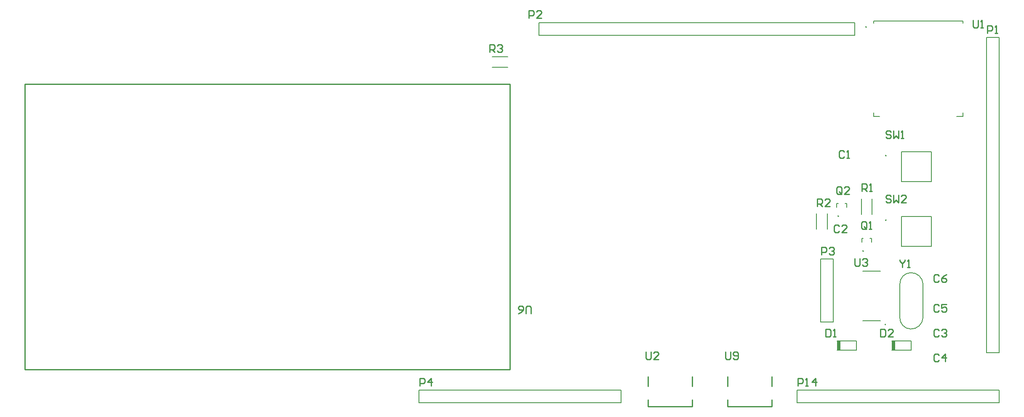
<source format=gbr>
G04*
G04 #@! TF.GenerationSoftware,Altium Limited,Altium Designer,23.1.1 (15)*
G04*
G04 Layer_Color=65535*
%FSLAX44Y44*%
%MOMM*%
G71*
G04*
G04 #@! TF.SameCoordinates,BB96B4BC-2DDC-42E6-90C6-D32D3C2E4667*
G04*
G04*
G04 #@! TF.FilePolarity,Positive*
G04*
G01*
G75*
%ADD10C,0.1270*%
%ADD11C,0.2000*%
%ADD12C,0.2540*%
%ADD13R,0.8000X1.9000*%
D10*
X1782938Y188912D02*
G03*
X1804558Y165728I22402J-782D01*
G01*
Y279233D02*
G03*
X1782938Y256048I782J-22402D01*
G01*
X1829542Y255924D02*
G03*
X1804547Y279232I-24152J-843D01*
G01*
Y165728D02*
G03*
X1829542Y189037I843J24152D01*
G01*
X1782940Y188980D02*
Y255980D01*
X1829540Y188980D02*
Y255980D01*
X1910000Y781800D02*
Y785999D01*
Y594000D02*
Y601300D01*
X1730000Y594000D02*
X1742450D01*
X1897550D02*
X1910000D01*
X1730000Y781800D02*
Y785999D01*
Y594000D02*
Y601300D01*
Y785999D02*
X1910000D01*
X1708490Y282480D02*
X1743990D01*
X1708490Y182480D02*
X1743990D01*
X1786240Y332480D02*
X1846240D01*
Y392480D01*
X1786240D02*
X1846240D01*
X1786240Y332480D02*
Y392480D01*
Y462480D02*
X1846240D01*
Y522480D01*
X1786240D02*
X1846240D01*
X1786240Y462480D02*
Y522480D01*
X1636890Y366980D02*
Y397980D01*
X1615590Y366980D02*
Y397980D01*
X1726891Y396980D02*
Y427980D01*
X1705590Y396980D02*
Y427980D01*
X1676240Y410680D02*
Y418730D01*
X1672940D02*
X1676240D01*
X1656240D02*
X1659540D01*
X1656240Y410680D02*
Y418730D01*
X1726240Y340680D02*
Y348730D01*
X1722940D02*
X1726240D01*
X1706240D02*
X1709540D01*
X1706240Y340680D02*
Y348730D01*
X963310Y693160D02*
X994310D01*
X963310Y714460D02*
X994310D01*
D11*
X1716000Y774100D02*
G03*
X1716000Y774100I-1000J0D01*
G01*
X1754740Y174930D02*
G03*
X1754740Y174930I-1000J0D01*
G01*
X1755730Y384970D02*
G03*
X1755730Y384970I-1000J0D01*
G01*
Y514970D02*
G03*
X1755730Y514970I-1000J0D01*
G01*
X1659940Y392820D02*
G03*
X1659940Y392820I-1000J0D01*
G01*
X1709940Y322820D02*
G03*
X1709940Y322820I-1000J0D01*
G01*
X1692300Y757300D02*
Y782700D01*
X1057300Y757300D02*
X1692300D01*
X1057300D02*
Y782700D01*
X1076350D01*
X1692300D01*
X1957300Y117700D02*
X1982700D01*
X1957300D02*
Y752700D01*
X1982700D01*
Y733650D02*
Y752700D01*
Y117700D02*
Y733650D01*
X1576300Y42700D02*
X1982700D01*
Y17300D02*
Y42700D01*
X1963650Y17300D02*
X1982700D01*
X1576300D02*
X1963650D01*
X1576300D02*
Y42700D01*
X1805740Y122980D02*
Y141980D01*
X1766740Y122980D02*
X1805740D01*
X1766740Y141980D02*
X1805740D01*
X816300Y17300D02*
Y42700D01*
Y17300D02*
X1203650D01*
X1222700D01*
Y42700D01*
X816300D02*
X1222700D01*
X1623540Y306780D02*
X1648940D01*
Y179780D02*
Y306780D01*
X1623540Y179780D02*
Y306780D01*
Y179780D02*
X1648940D01*
X1656740Y141980D02*
X1695741D01*
X1656740Y122980D02*
X1695741D01*
Y141980D01*
D12*
X23810Y83810D02*
Y658810D01*
X998810Y83810D02*
Y658810D01*
X23810D02*
X998810D01*
X23810Y83810D02*
X998810D01*
X1525811Y50476D02*
Y70101D01*
X1436411Y9800D02*
Y23166D01*
Y9800D02*
X1525811D01*
Y23166D01*
X1436411Y50476D02*
Y70101D01*
X1276410Y50476D02*
Y70101D01*
X1365810Y9800D02*
Y23166D01*
X1276410Y9800D02*
X1365810D01*
X1276410D02*
Y23166D01*
X1365810Y50476D02*
Y70101D01*
X1041362Y196752D02*
Y209448D01*
X1038823Y211987D01*
X1033745D01*
X1031205Y209448D01*
Y196752D01*
X1015970D02*
X1021049Y199291D01*
X1026127Y204370D01*
Y209448D01*
X1023588Y211987D01*
X1018510D01*
X1015970Y209448D01*
Y206909D01*
X1018510Y204370D01*
X1026127D01*
X1782702Y305557D02*
Y303018D01*
X1787780Y297939D01*
X1792859Y303018D01*
Y305557D01*
X1787780Y297939D02*
Y290322D01*
X1797937D02*
X1803015D01*
X1800476D01*
Y305557D01*
X1797937Y303018D01*
X1431928Y119375D02*
Y106679D01*
X1434467Y104140D01*
X1439545D01*
X1442085Y106679D01*
Y119375D01*
X1447163Y106679D02*
X1449702Y104140D01*
X1454781D01*
X1457320Y106679D01*
Y116836D01*
X1454781Y119375D01*
X1449702D01*
X1447163Y116836D01*
Y114297D01*
X1449702Y111757D01*
X1457320D01*
X1577724Y51308D02*
Y66543D01*
X1585341D01*
X1587881Y64004D01*
Y58925D01*
X1585341Y56386D01*
X1577724D01*
X1592959Y51308D02*
X1598037D01*
X1595498D01*
Y66543D01*
X1592959Y64004D01*
X1613273Y51308D02*
Y66543D01*
X1605655Y58925D01*
X1615812D01*
X1743586Y165857D02*
Y150622D01*
X1751203D01*
X1753743Y153161D01*
Y163318D01*
X1751203Y165857D01*
X1743586D01*
X1768978Y150622D02*
X1758821D01*
X1768978Y160779D01*
Y163318D01*
X1766439Y165857D01*
X1761360D01*
X1758821Y163318D01*
X958472Y723138D02*
Y738373D01*
X966089D01*
X968629Y735834D01*
Y730755D01*
X966089Y728216D01*
X958472D01*
X963550D02*
X968629Y723138D01*
X973707Y735834D02*
X976246Y738373D01*
X981325D01*
X983864Y735834D01*
Y733295D01*
X981325Y730755D01*
X978785D01*
X981325D01*
X983864Y728216D01*
Y725677D01*
X981325Y723138D01*
X976246D01*
X973707Y725677D01*
X817756Y51308D02*
Y66543D01*
X825374D01*
X827913Y64004D01*
Y58925D01*
X825374Y56386D01*
X817756D01*
X840609Y51308D02*
Y66543D01*
X832991Y58925D01*
X843148D01*
X1861185Y273046D02*
X1858645Y275585D01*
X1853567D01*
X1851028Y273046D01*
Y262889D01*
X1853567Y260350D01*
X1858645D01*
X1861185Y262889D01*
X1876420Y275585D02*
X1871341Y273046D01*
X1866263Y267967D01*
Y262889D01*
X1868802Y260350D01*
X1873881D01*
X1876420Y262889D01*
Y265428D01*
X1873881Y267967D01*
X1866263D01*
X1861185Y213102D02*
X1858645Y215641D01*
X1853567D01*
X1851028Y213102D01*
Y202945D01*
X1853567Y200406D01*
X1858645D01*
X1861185Y202945D01*
X1876420Y215641D02*
X1866263D01*
Y208023D01*
X1871341Y210563D01*
X1873881D01*
X1876420Y208023D01*
Y202945D01*
X1873881Y200406D01*
X1868802D01*
X1866263Y202945D01*
X1692024Y308097D02*
Y295401D01*
X1694563Y292862D01*
X1699642D01*
X1702181Y295401D01*
Y308097D01*
X1707259Y305558D02*
X1709798Y308097D01*
X1714877D01*
X1717416Y305558D01*
Y303019D01*
X1714877Y300480D01*
X1712337D01*
X1714877D01*
X1717416Y297940D01*
Y295401D01*
X1714877Y292862D01*
X1709798D01*
X1707259Y295401D01*
X1271908Y119375D02*
Y106679D01*
X1274447Y104140D01*
X1279526D01*
X1282065Y106679D01*
Y119375D01*
X1297300Y104140D02*
X1287143D01*
X1297300Y114297D01*
Y116836D01*
X1294761Y119375D01*
X1289682D01*
X1287143Y116836D01*
X1765427Y432812D02*
X1762888Y435351D01*
X1757809D01*
X1755270Y432812D01*
Y430273D01*
X1757809Y427733D01*
X1762888D01*
X1765427Y425194D01*
Y422655D01*
X1762888Y420116D01*
X1757809D01*
X1755270Y422655D01*
X1770505Y435351D02*
Y420116D01*
X1775583Y425194D01*
X1780662Y420116D01*
Y435351D01*
X1795897Y420116D02*
X1785740D01*
X1795897Y430273D01*
Y432812D01*
X1793358Y435351D01*
X1788279D01*
X1785740Y432812D01*
X1765427Y562860D02*
X1762888Y565399D01*
X1757809D01*
X1755270Y562860D01*
Y560321D01*
X1757809Y557781D01*
X1762888D01*
X1765427Y555242D01*
Y552703D01*
X1762888Y550164D01*
X1757809D01*
X1755270Y552703D01*
X1770505Y565399D02*
Y550164D01*
X1775583Y555242D01*
X1780662Y550164D01*
Y565399D01*
X1785740Y550164D02*
X1790818D01*
X1788279D01*
Y565399D01*
X1785740Y562860D01*
X1617094Y413004D02*
Y428239D01*
X1624711D01*
X1627251Y425700D01*
Y420621D01*
X1624711Y418082D01*
X1617094D01*
X1622172D02*
X1627251Y413004D01*
X1642486D02*
X1632329D01*
X1642486Y423161D01*
Y425700D01*
X1639947Y428239D01*
X1634868D01*
X1632329Y425700D01*
X1707010Y442976D02*
Y458211D01*
X1714628D01*
X1717167Y455672D01*
Y450593D01*
X1714628Y448054D01*
X1707010D01*
X1712088D02*
X1717167Y442976D01*
X1722245D02*
X1727323D01*
X1724784D01*
Y458211D01*
X1722245Y455672D01*
X1666113Y439419D02*
Y449576D01*
X1663573Y452115D01*
X1658495D01*
X1655956Y449576D01*
Y439419D01*
X1658495Y436880D01*
X1663573D01*
X1661034Y441958D02*
X1666113Y436880D01*
X1663573D02*
X1666113Y439419D01*
X1681348Y436880D02*
X1671191D01*
X1681348Y447037D01*
Y449576D01*
X1678809Y452115D01*
X1673730D01*
X1671191Y449576D01*
X1716151Y369315D02*
Y379472D01*
X1713611Y382011D01*
X1708533D01*
X1705994Y379472D01*
Y369315D01*
X1708533Y366776D01*
X1713611D01*
X1711072Y371854D02*
X1716151Y366776D01*
X1713611D02*
X1716151Y369315D01*
X1721229Y366776D02*
X1726307D01*
X1723768D01*
Y382011D01*
X1721229Y379472D01*
X1624968Y315468D02*
Y330703D01*
X1632585D01*
X1635125Y328164D01*
Y323086D01*
X1632585Y320546D01*
X1624968D01*
X1640203Y328164D02*
X1642742Y330703D01*
X1647821D01*
X1650360Y328164D01*
Y325625D01*
X1647821Y323086D01*
X1645281D01*
X1647821D01*
X1650360Y320546D01*
Y318007D01*
X1647821Y315468D01*
X1642742D01*
X1640203Y318007D01*
X1037304Y792383D02*
Y807618D01*
X1044922D01*
X1047461Y805078D01*
Y800000D01*
X1044922Y797461D01*
X1037304D01*
X1062696Y792383D02*
X1052539D01*
X1062696Y802539D01*
Y805078D01*
X1060157Y807618D01*
X1055078D01*
X1052539Y805078D01*
X1958724Y761238D02*
Y776473D01*
X1966342D01*
X1968881Y773934D01*
Y768856D01*
X1966342Y766316D01*
X1958724D01*
X1973959Y761238D02*
X1979037D01*
X1976498D01*
Y776473D01*
X1973959Y773934D01*
X1633604Y165857D02*
Y150622D01*
X1641221D01*
X1643761Y153161D01*
Y163318D01*
X1641221Y165857D01*
X1633604D01*
X1648839Y150622D02*
X1653917D01*
X1651378D01*
Y165857D01*
X1648839Y163318D01*
X1861185Y113026D02*
X1858645Y115565D01*
X1853567D01*
X1851028Y113026D01*
Y102869D01*
X1853567Y100330D01*
X1858645D01*
X1861185Y102869D01*
X1873881Y100330D02*
Y115565D01*
X1866263Y107948D01*
X1876420D01*
X1861185Y163064D02*
X1858645Y165603D01*
X1853567D01*
X1851028Y163064D01*
Y152907D01*
X1853567Y150368D01*
X1858645D01*
X1861185Y152907D01*
X1866263Y163064D02*
X1868802Y165603D01*
X1873881D01*
X1876420Y163064D01*
Y160525D01*
X1873881Y157985D01*
X1871341D01*
X1873881D01*
X1876420Y155446D01*
Y152907D01*
X1873881Y150368D01*
X1868802D01*
X1866263Y152907D01*
X1661287Y373122D02*
X1658748Y375661D01*
X1653669D01*
X1651130Y373122D01*
Y362965D01*
X1653669Y360426D01*
X1658748D01*
X1661287Y362965D01*
X1676522Y360426D02*
X1666365D01*
X1676522Y370583D01*
Y373122D01*
X1673983Y375661D01*
X1668904D01*
X1666365Y373122D01*
X1671193Y522982D02*
X1668654Y525521D01*
X1663575D01*
X1661036Y522982D01*
Y512825D01*
X1663575Y510286D01*
X1668654D01*
X1671193Y512825D01*
X1676271Y510286D02*
X1681349D01*
X1678810D01*
Y525521D01*
X1676271Y522982D01*
X1929843Y787617D02*
Y774922D01*
X1932383Y772383D01*
X1937461D01*
X1940000Y774922D01*
Y787617D01*
X1945078Y772383D02*
X1950157D01*
X1947618D01*
Y787617D01*
X1945078Y785078D01*
D13*
X1769740Y132480D02*
D03*
X1659741D02*
D03*
M02*

</source>
